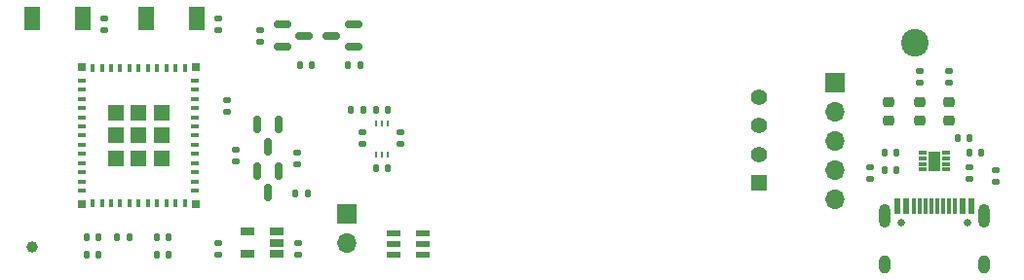
<source format=gbr>
%TF.GenerationSoftware,KiCad,Pcbnew,7.0.9*%
%TF.CreationDate,2024-02-12T22:59:22+01:00*%
%TF.ProjectId,MTR_C3_TempHum,4d54525f-4333-45f5-9465-6d7048756d2e,rev?*%
%TF.SameCoordinates,Original*%
%TF.FileFunction,Soldermask,Top*%
%TF.FilePolarity,Negative*%
%FSLAX46Y46*%
G04 Gerber Fmt 4.6, Leading zero omitted, Abs format (unit mm)*
G04 Created by KiCad (PCBNEW 7.0.9) date 2024-02-12 22:59:22*
%MOMM*%
%LPD*%
G01*
G04 APERTURE LIST*
G04 Aperture macros list*
%AMRoundRect*
0 Rectangle with rounded corners*
0 $1 Rounding radius*
0 $2 $3 $4 $5 $6 $7 $8 $9 X,Y pos of 4 corners*
0 Add a 4 corners polygon primitive as box body*
4,1,4,$2,$3,$4,$5,$6,$7,$8,$9,$2,$3,0*
0 Add four circle primitives for the rounded corners*
1,1,$1+$1,$2,$3*
1,1,$1+$1,$4,$5*
1,1,$1+$1,$6,$7*
1,1,$1+$1,$8,$9*
0 Add four rect primitives between the rounded corners*
20,1,$1+$1,$2,$3,$4,$5,0*
20,1,$1+$1,$4,$5,$6,$7,0*
20,1,$1+$1,$6,$7,$8,$9,0*
20,1,$1+$1,$8,$9,$2,$3,0*%
G04 Aperture macros list end*
%ADD10C,1.000000*%
%ADD11R,0.250000X0.550000*%
%ADD12RoundRect,0.135000X-0.185000X0.135000X-0.185000X-0.135000X0.185000X-0.135000X0.185000X0.135000X0*%
%ADD13R,0.700000X0.300000*%
%ADD14R,1.000000X1.700000*%
%ADD15RoundRect,0.135000X0.135000X0.185000X-0.135000X0.185000X-0.135000X-0.185000X0.135000X-0.185000X0*%
%ADD16O,1.000000X1.600000*%
%ADD17O,1.000000X2.100000*%
%ADD18R,0.600000X1.450000*%
%ADD19R,0.300000X1.450000*%
%ADD20C,0.650000*%
%ADD21R,1.416000X1.416000*%
%ADD22C,1.416000*%
%ADD23RoundRect,0.135000X0.185000X-0.135000X0.185000X0.135000X-0.185000X0.135000X-0.185000X-0.135000X0*%
%ADD24R,1.200000X0.600000*%
%ADD25R,1.250000X0.650000*%
%ADD26RoundRect,0.150000X-0.150000X0.587500X-0.150000X-0.587500X0.150000X-0.587500X0.150000X0.587500X0*%
%ADD27RoundRect,0.218750X0.256250X-0.218750X0.256250X0.218750X-0.256250X0.218750X-0.256250X-0.218750X0*%
%ADD28RoundRect,0.150000X-0.587500X-0.150000X0.587500X-0.150000X0.587500X0.150000X-0.587500X0.150000X0*%
%ADD29R,1.350000X2.000000*%
%ADD30R,1.700000X1.700000*%
%ADD31O,1.700000X1.700000*%
%ADD32RoundRect,0.150000X0.587500X0.150000X-0.587500X0.150000X-0.587500X-0.150000X0.587500X-0.150000X0*%
%ADD33RoundRect,0.135000X-0.135000X-0.185000X0.135000X-0.185000X0.135000X0.185000X-0.135000X0.185000X0*%
%ADD34R,0.400000X0.800000*%
%ADD35R,0.800000X0.400000*%
%ADD36R,1.450000X1.450000*%
%ADD37R,0.700000X0.700000*%
%ADD38C,2.400000*%
G04 APERTURE END LIST*
D10*
%TO.C,TP1*%
X41021000Y-49149000D03*
%TD*%
D11*
%TO.C,IC3*%
X70874000Y-41126000D03*
X71374000Y-41126000D03*
X71874000Y-41126000D03*
X71874000Y-38376000D03*
X71374000Y-38376000D03*
X70874000Y-38376000D03*
%TD*%
D12*
%TO.C,C4*%
X57170000Y-48766000D03*
X57170000Y-49786000D03*
%TD*%
D13*
%TO.C,IC2*%
X120430000Y-42406000D03*
X120430000Y-41906000D03*
X120430000Y-41406000D03*
X120430000Y-40906000D03*
X118330000Y-40906000D03*
X118330000Y-41406000D03*
X118330000Y-41906000D03*
X118330000Y-42406000D03*
D14*
X119380000Y-41656000D03*
%TD*%
D15*
%TO.C,R3*%
X123446000Y-40894000D03*
X122426000Y-40894000D03*
%TD*%
%TO.C,R17*%
X52834000Y-49784000D03*
X51814000Y-49784000D03*
%TD*%
D16*
%TO.C,J1*%
X123700000Y-50640000D03*
D17*
X123700000Y-46460000D03*
D16*
X115060000Y-50640000D03*
D17*
X115060000Y-46460000D03*
D18*
X116130000Y-45545000D03*
X116930000Y-45545000D03*
D19*
X117630000Y-45545000D03*
X118630000Y-45545000D03*
X120130000Y-45545000D03*
X121130000Y-45545000D03*
D18*
X121830000Y-45545000D03*
X122630000Y-45545000D03*
X122630000Y-45545000D03*
X121830000Y-45545000D03*
D19*
X120630000Y-45545000D03*
X119630000Y-45545000D03*
X119130000Y-45545000D03*
X118130000Y-45545000D03*
D18*
X116930000Y-45545000D03*
X116130000Y-45545000D03*
D20*
X122270000Y-46990000D03*
X116490000Y-46990000D03*
%TD*%
D15*
%TO.C,R13*%
X69725000Y-37211000D03*
X68705000Y-37211000D03*
%TD*%
%TO.C,C7*%
X46738000Y-49784000D03*
X45718000Y-49784000D03*
%TD*%
D21*
%TO.C,IC4*%
X104150000Y-43568000D03*
D22*
X104150000Y-41068000D03*
X104150000Y-38568000D03*
X104150000Y-36068000D03*
%TD*%
D12*
%TO.C,R15*%
X69723000Y-39114000D03*
X69723000Y-40134000D03*
%TD*%
%TO.C,R14*%
X73025000Y-39114000D03*
X73025000Y-40134000D03*
%TD*%
%TO.C,C3*%
X64135000Y-48766000D03*
X64135000Y-49786000D03*
%TD*%
D23*
%TO.C,R1*%
X124714000Y-43436000D03*
X124714000Y-42416000D03*
%TD*%
D15*
%TO.C,R16*%
X71884000Y-42291000D03*
X70864000Y-42291000D03*
%TD*%
%TO.C,C6*%
X46738000Y-48260000D03*
X45718000Y-48260000D03*
%TD*%
D24*
%TO.C,D1*%
X74910000Y-49845000D03*
X74910000Y-48895000D03*
X74910000Y-47945000D03*
X72410000Y-47945000D03*
X72410000Y-48895000D03*
X72410000Y-49845000D03*
%TD*%
D25*
%TO.C,IC5*%
X62210000Y-49708000D03*
X62210000Y-48768000D03*
X62210000Y-47828000D03*
X59710000Y-47828000D03*
X59710000Y-49708000D03*
%TD*%
D23*
%TO.C,R7*%
X118110000Y-34800000D03*
X118110000Y-33780000D03*
%TD*%
D26*
%TO.C,Q3*%
X62418000Y-42496500D03*
X60518000Y-42496500D03*
X61468000Y-44371500D03*
%TD*%
D15*
%TO.C,C5*%
X71884000Y-37211000D03*
X70864000Y-37211000D03*
%TD*%
%TO.C,R4*%
X116078000Y-40894000D03*
X115058000Y-40894000D03*
%TD*%
%TO.C,C2*%
X116080000Y-42418000D03*
X115060000Y-42418000D03*
%TD*%
D23*
%TO.C,C9*%
X47244000Y-30228000D03*
X47244000Y-29208000D03*
%TD*%
D15*
%TO.C,R5*%
X122430000Y-39624000D03*
X121410000Y-39624000D03*
%TD*%
D27*
%TO.C,D2*%
X118110000Y-38100000D03*
X118110000Y-36525000D03*
%TD*%
D28*
%TO.C,Q6*%
X62768000Y-29784000D03*
X62768000Y-31684000D03*
X64643000Y-30734000D03*
%TD*%
D29*
%TO.C,SW2*%
X50886000Y-29210000D03*
X55286000Y-29210000D03*
%TD*%
D15*
%TO.C,R11*%
X65280000Y-33274000D03*
X64260000Y-33274000D03*
%TD*%
D23*
%TO.C,R19*%
X57912000Y-37340000D03*
X57912000Y-36320000D03*
%TD*%
D12*
%TO.C,R10*%
X60833000Y-30224000D03*
X60833000Y-31244000D03*
%TD*%
D30*
%TO.C,J2*%
X68326000Y-46223000D03*
D31*
X68326000Y-48763000D03*
%TD*%
D23*
%TO.C,R6*%
X120650000Y-34798000D03*
X120650000Y-33778000D03*
%TD*%
D32*
%TO.C,Q5*%
X68882500Y-31684000D03*
X68882500Y-29784000D03*
X67007500Y-30734000D03*
%TD*%
D29*
%TO.C,SW1*%
X40980000Y-29210000D03*
X45380000Y-29210000D03*
%TD*%
D12*
%TO.C,C1*%
X122428000Y-42162000D03*
X122428000Y-43182000D03*
%TD*%
D33*
%TO.C,C8*%
X51814000Y-48260000D03*
X52834000Y-48260000D03*
%TD*%
D27*
%TO.C,D4*%
X115443000Y-38125500D03*
X115443000Y-36550500D03*
%TD*%
D34*
%TO.C,IC1*%
X46235000Y-45340000D03*
X47035000Y-45340000D03*
X47835000Y-45340000D03*
X48635000Y-45340000D03*
X49435000Y-45340000D03*
X50235000Y-45340000D03*
X51035000Y-45340000D03*
X51835000Y-45340000D03*
X52635000Y-45340000D03*
X53435000Y-45340000D03*
X54235000Y-45340000D03*
D35*
X55135000Y-44240000D03*
X55135000Y-43440000D03*
X55135000Y-42640000D03*
X55135000Y-41840000D03*
X55135000Y-41040000D03*
X55135000Y-40240000D03*
X55135000Y-39440000D03*
X55135000Y-38640000D03*
X55135000Y-37840000D03*
X55135000Y-37040000D03*
X55135000Y-36240000D03*
X55135000Y-35440000D03*
X55135000Y-34640000D03*
D34*
X54235000Y-33540000D03*
X53435000Y-33540000D03*
X52635000Y-33540000D03*
X51835000Y-33540000D03*
X51035000Y-33540000D03*
X50235000Y-33540000D03*
X49435000Y-33540000D03*
X48635000Y-33540000D03*
X47835000Y-33540000D03*
X47035000Y-33540000D03*
X46235000Y-33540000D03*
D35*
X45335000Y-34640000D03*
X45335000Y-35440000D03*
X45335000Y-36240000D03*
X45335000Y-37040000D03*
X45335000Y-37840000D03*
X45335000Y-38640000D03*
X45335000Y-39440000D03*
X45335000Y-40240000D03*
X45335000Y-41040000D03*
X45335000Y-41840000D03*
X45335000Y-42640000D03*
X45335000Y-43440000D03*
X45335000Y-44240000D03*
D36*
X50235000Y-39440000D03*
X48260000Y-37465000D03*
X48260000Y-39440000D03*
X48260000Y-41415000D03*
X50235000Y-41415000D03*
X52210000Y-41415000D03*
X52210000Y-39440000D03*
X52210000Y-37465000D03*
X50235000Y-37465000D03*
D37*
X45285000Y-45390000D03*
X55185000Y-45390000D03*
X55185000Y-33490000D03*
X45285000Y-33490000D03*
%TD*%
D23*
%TO.C,C10*%
X57150000Y-30228000D03*
X57150000Y-29208000D03*
%TD*%
D12*
%TO.C,R20*%
X58674000Y-40638000D03*
X58674000Y-41658000D03*
%TD*%
D15*
%TO.C,R22*%
X64899000Y-44450000D03*
X63879000Y-44450000D03*
%TD*%
D30*
%TO.C,J4*%
X110744000Y-34803000D03*
D31*
X110744000Y-37343000D03*
X110744000Y-39883000D03*
X110744000Y-42423000D03*
X110744000Y-44963000D03*
%TD*%
D15*
%TO.C,R12*%
X69471000Y-33274000D03*
X68451000Y-33274000D03*
%TD*%
D26*
%TO.C,Q7*%
X62418000Y-38511000D03*
X60518000Y-38511000D03*
X61468000Y-40386000D03*
%TD*%
D27*
%TO.C,D3*%
X120650000Y-38125500D03*
X120650000Y-36550500D03*
%TD*%
D33*
%TO.C,R18*%
X48385000Y-48260000D03*
X49405000Y-48260000D03*
%TD*%
D12*
%TO.C,R21*%
X64008000Y-40892000D03*
X64008000Y-41912000D03*
%TD*%
D23*
%TO.C,R2*%
X113792000Y-43180000D03*
X113792000Y-42160000D03*
%TD*%
D38*
%TO.C,BT1*%
X117720000Y-31370000D03*
%TD*%
M02*

</source>
